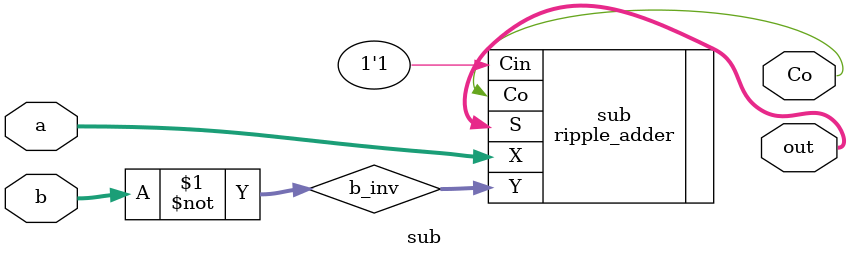
<source format=v>
module sub (
	input [3:0] a,
	input [3:0] b,
	output [3:0] out,
	output Co
);

	wire [3:0] b_inv;
	
	assign b_inv = ~b;
	
	ripple_adder sub (
		.X (a),
		.Y (b_inv),
		.S (out),
		.Co (Co),
		.Cin (1'b1)
	);
	
endmodule
</source>
